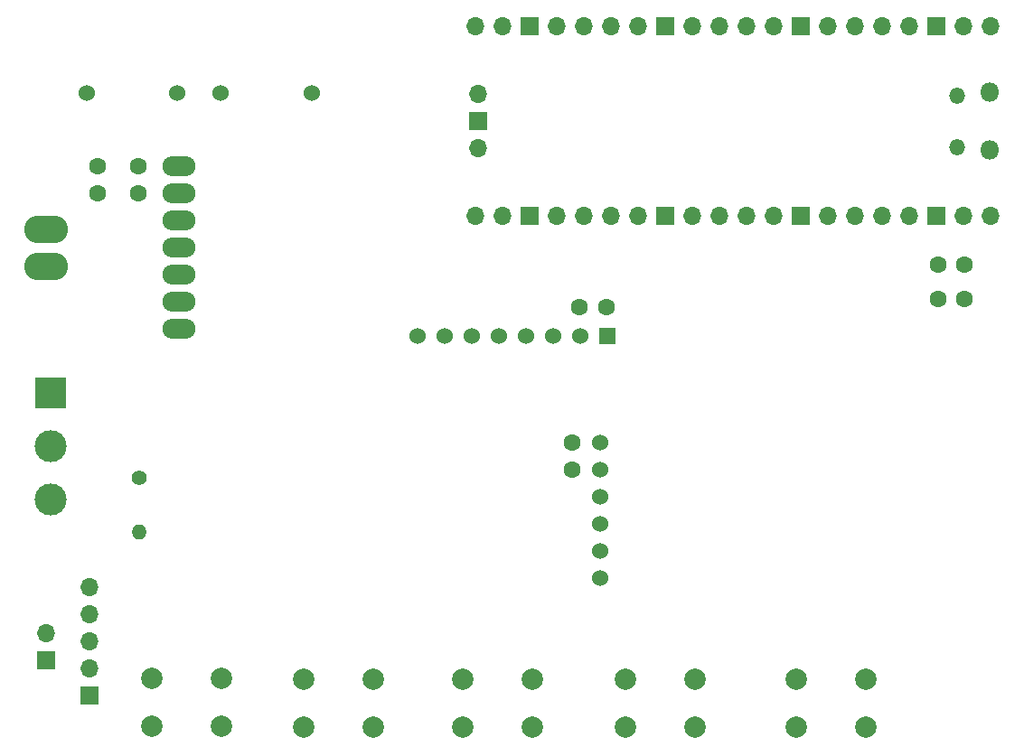
<source format=gbs>
%TF.GenerationSoftware,KiCad,Pcbnew,8.0.5*%
%TF.CreationDate,2024-10-19T23:10:58+02:00*%
%TF.ProjectId,Tortu,546f7274-752e-46b6-9963-61645f706362,rev?*%
%TF.SameCoordinates,Original*%
%TF.FileFunction,Soldermask,Bot*%
%TF.FilePolarity,Negative*%
%FSLAX46Y46*%
G04 Gerber Fmt 4.6, Leading zero omitted, Abs format (unit mm)*
G04 Created by KiCad (PCBNEW 8.0.5) date 2024-10-19 23:10:58*
%MOMM*%
%LPD*%
G01*
G04 APERTURE LIST*
%ADD10R,1.700000X1.700000*%
%ADD11O,1.700000X1.700000*%
%ADD12R,1.524000X1.524000*%
%ADD13C,1.524000*%
%ADD14C,1.600000*%
%ADD15R,3.000000X3.000000*%
%ADD16C,3.000000*%
%ADD17C,2.000000*%
%ADD18C,1.400000*%
%ADD19O,1.400000X1.400000*%
%ADD20O,1.800000X1.800000*%
%ADD21O,1.500000X1.500000*%
%ADD22O,3.101600X1.851600*%
%ADD23O,4.101600X2.601600*%
G04 APERTURE END LIST*
D10*
%TO.C,LS1*%
X122936000Y-129037000D03*
D11*
X122936000Y-126497000D03*
%TD*%
D10*
%TO.C,AudioJack1*%
X127000000Y-132334000D03*
D11*
X127000000Y-129794000D03*
X127000000Y-127254000D03*
X127000000Y-124714000D03*
X127000000Y-122174000D03*
%TD*%
D12*
%TO.C,Display1*%
X175516800Y-98574500D03*
D13*
X172976800Y-98574500D03*
X170436800Y-98574500D03*
X167896800Y-98574500D03*
X165356800Y-98574500D03*
X162816800Y-98574500D03*
X160276800Y-98574500D03*
X157736800Y-98574500D03*
%TD*%
D14*
%TO.C,C_SD1*%
X172212000Y-111105000D03*
X172212000Y-108605000D03*
%TD*%
%TO.C,C_Pico2*%
X209022000Y-95123000D03*
X206522000Y-95123000D03*
%TD*%
%TO.C,C_Pico1*%
X209022000Y-91948000D03*
X206522000Y-91948000D03*
%TD*%
%TO.C,C_Display1*%
X172943200Y-95910400D03*
X175443200Y-95910400D03*
%TD*%
%TO.C,C_Audio2*%
X131572000Y-82697000D03*
X131572000Y-85197000D03*
%TD*%
%TO.C,C_Audio1*%
X127762000Y-82697000D03*
X127762000Y-85197000D03*
%TD*%
D15*
%TO.C,RV1*%
X123398000Y-103966000D03*
D16*
X123398000Y-108966000D03*
X123398000Y-113966000D03*
%TD*%
D13*
%TO.C,SDCard1*%
X174879000Y-108585000D03*
X174879000Y-111125000D03*
X174879000Y-113665000D03*
X174879000Y-116205000D03*
X174879000Y-118745000D03*
X174879000Y-121285000D03*
%TD*%
D17*
%TO.C,BtnStory1*%
X177269000Y-130755000D03*
X183769000Y-130755000D03*
X177269000Y-135255000D03*
X183769000Y-135255000D03*
%TD*%
D18*
%TO.C,R1*%
X131699000Y-111887000D03*
D19*
X131699000Y-116967000D03*
%TD*%
D13*
%TO.C,LX-LCBST1*%
X139319000Y-75836000D03*
X147828000Y-75836000D03*
X126746000Y-75836000D03*
X135255000Y-75836000D03*
%TD*%
D20*
%TO.C,MCU1*%
X211325000Y-75761000D03*
D21*
X208295000Y-76061000D03*
X208295000Y-80911000D03*
D20*
X211325000Y-81211000D03*
D11*
X211455000Y-69596000D03*
X208915000Y-69596000D03*
D10*
X206375000Y-69596000D03*
D11*
X203835000Y-69596000D03*
X201295000Y-69596000D03*
X198755000Y-69596000D03*
X196215000Y-69596000D03*
D10*
X193675000Y-69596000D03*
D11*
X191135000Y-69596000D03*
X188595000Y-69596000D03*
X186055000Y-69596000D03*
X183515000Y-69596000D03*
D10*
X180975000Y-69596000D03*
D11*
X178435000Y-69596000D03*
X175895000Y-69596000D03*
X173355000Y-69596000D03*
X170815000Y-69596000D03*
D10*
X168275000Y-69596000D03*
D11*
X165735000Y-69596000D03*
X163195000Y-69596000D03*
X163195000Y-87376000D03*
X165735000Y-87376000D03*
D10*
X168275000Y-87376000D03*
D11*
X170815000Y-87376000D03*
X173355000Y-87376000D03*
X175895000Y-87376000D03*
X178435000Y-87376000D03*
D10*
X180975000Y-87376000D03*
D11*
X183515000Y-87376000D03*
X186055000Y-87376000D03*
X188595000Y-87376000D03*
X191135000Y-87376000D03*
D10*
X193675000Y-87376000D03*
D11*
X196215000Y-87376000D03*
X198755000Y-87376000D03*
X201295000Y-87376000D03*
X203835000Y-87376000D03*
D10*
X206375000Y-87376000D03*
D11*
X208915000Y-87376000D03*
X211455000Y-87376000D03*
X163425000Y-75946000D03*
D10*
X163425000Y-78486000D03*
D11*
X163425000Y-81026000D03*
%TD*%
D17*
%TO.C,BtnRight1*%
X193219000Y-130791000D03*
X199719000Y-130791000D03*
X193219000Y-135291000D03*
X199719000Y-135291000D03*
%TD*%
%TO.C,BtnPlay1*%
X147095000Y-130755000D03*
X153595000Y-130755000D03*
X147095000Y-135255000D03*
X153595000Y-135255000D03*
%TD*%
D22*
%TO.C,AudioAmp1*%
X135439000Y-82670000D03*
X135439000Y-85210000D03*
X135439000Y-87750000D03*
X135439000Y-90290000D03*
X135439000Y-92830000D03*
X135439000Y-95370000D03*
X135439000Y-97910000D03*
D23*
X122985000Y-92090000D03*
X122985000Y-88590000D03*
%TD*%
D17*
%TO.C,BtnLeft1*%
X132871000Y-130719000D03*
X139371000Y-130719000D03*
X132871000Y-135219000D03*
X139371000Y-135219000D03*
%TD*%
%TO.C,BtnMusic1*%
X161977000Y-130791000D03*
X168477000Y-130791000D03*
X161977000Y-135291000D03*
X168477000Y-135291000D03*
%TD*%
M02*

</source>
